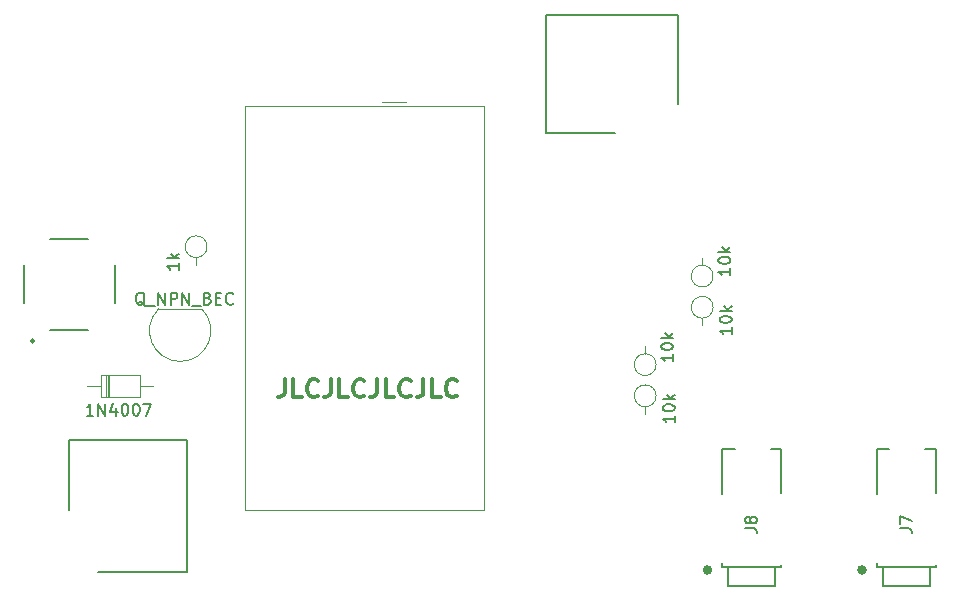
<source format=gbr>
%TF.GenerationSoftware,KiCad,Pcbnew,(6.0.8)*%
%TF.CreationDate,2022-11-26T11:41:08-06:00*%
%TF.ProjectId,tt-relay-board,74742d72-656c-4617-992d-626f6172642e,rev?*%
%TF.SameCoordinates,Original*%
%TF.FileFunction,Legend,Top*%
%TF.FilePolarity,Positive*%
%FSLAX46Y46*%
G04 Gerber Fmt 4.6, Leading zero omitted, Abs format (unit mm)*
G04 Created by KiCad (PCBNEW (6.0.8)) date 2022-11-26 11:41:08*
%MOMM*%
%LPD*%
G01*
G04 APERTURE LIST*
%ADD10C,0.304800*%
%ADD11C,0.150000*%
%ADD12C,0.120000*%
%ADD13C,0.127000*%
%ADD14C,0.400000*%
%ADD15C,0.250000*%
%ADD16C,0.200000*%
G04 APERTURE END LIST*
D10*
X66112571Y-84636428D02*
X66112571Y-85725000D01*
X66040000Y-85942714D01*
X65894857Y-86087857D01*
X65677142Y-86160428D01*
X65532000Y-86160428D01*
X67564000Y-86160428D02*
X66838285Y-86160428D01*
X66838285Y-84636428D01*
X68942857Y-86015285D02*
X68870285Y-86087857D01*
X68652571Y-86160428D01*
X68507428Y-86160428D01*
X68289714Y-86087857D01*
X68144571Y-85942714D01*
X68072000Y-85797571D01*
X67999428Y-85507285D01*
X67999428Y-85289571D01*
X68072000Y-84999285D01*
X68144571Y-84854142D01*
X68289714Y-84709000D01*
X68507428Y-84636428D01*
X68652571Y-84636428D01*
X68870285Y-84709000D01*
X68942857Y-84781571D01*
X70031428Y-84636428D02*
X70031428Y-85725000D01*
X69958857Y-85942714D01*
X69813714Y-86087857D01*
X69596000Y-86160428D01*
X69450857Y-86160428D01*
X71482857Y-86160428D02*
X70757142Y-86160428D01*
X70757142Y-84636428D01*
X72861714Y-86015285D02*
X72789142Y-86087857D01*
X72571428Y-86160428D01*
X72426285Y-86160428D01*
X72208571Y-86087857D01*
X72063428Y-85942714D01*
X71990857Y-85797571D01*
X71918285Y-85507285D01*
X71918285Y-85289571D01*
X71990857Y-84999285D01*
X72063428Y-84854142D01*
X72208571Y-84709000D01*
X72426285Y-84636428D01*
X72571428Y-84636428D01*
X72789142Y-84709000D01*
X72861714Y-84781571D01*
X73950285Y-84636428D02*
X73950285Y-85725000D01*
X73877714Y-85942714D01*
X73732571Y-86087857D01*
X73514857Y-86160428D01*
X73369714Y-86160428D01*
X75401714Y-86160428D02*
X74676000Y-86160428D01*
X74676000Y-84636428D01*
X76780571Y-86015285D02*
X76708000Y-86087857D01*
X76490285Y-86160428D01*
X76345142Y-86160428D01*
X76127428Y-86087857D01*
X75982285Y-85942714D01*
X75909714Y-85797571D01*
X75837142Y-85507285D01*
X75837142Y-85289571D01*
X75909714Y-84999285D01*
X75982285Y-84854142D01*
X76127428Y-84709000D01*
X76345142Y-84636428D01*
X76490285Y-84636428D01*
X76708000Y-84709000D01*
X76780571Y-84781571D01*
X77869142Y-84636428D02*
X77869142Y-85725000D01*
X77796571Y-85942714D01*
X77651428Y-86087857D01*
X77433714Y-86160428D01*
X77288571Y-86160428D01*
X79320571Y-86160428D02*
X78594857Y-86160428D01*
X78594857Y-84636428D01*
X80699428Y-86015285D02*
X80626857Y-86087857D01*
X80409142Y-86160428D01*
X80264000Y-86160428D01*
X80046285Y-86087857D01*
X79901142Y-85942714D01*
X79828571Y-85797571D01*
X79756000Y-85507285D01*
X79756000Y-85289571D01*
X79828571Y-84999285D01*
X79901142Y-84854142D01*
X80046285Y-84709000D01*
X80264000Y-84636428D01*
X80409142Y-84636428D01*
X80626857Y-84709000D01*
X80699428Y-84781571D01*
D11*
%TO.C,D1*%
X49927142Y-87701380D02*
X49355714Y-87701380D01*
X49641428Y-87701380D02*
X49641428Y-86701380D01*
X49546190Y-86844238D01*
X49450952Y-86939476D01*
X49355714Y-86987095D01*
X50355714Y-87701380D02*
X50355714Y-86701380D01*
X50927142Y-87701380D01*
X50927142Y-86701380D01*
X51831904Y-87034714D02*
X51831904Y-87701380D01*
X51593809Y-86653761D02*
X51355714Y-87368047D01*
X51974761Y-87368047D01*
X52546190Y-86701380D02*
X52641428Y-86701380D01*
X52736666Y-86749000D01*
X52784285Y-86796619D01*
X52831904Y-86891857D01*
X52879523Y-87082333D01*
X52879523Y-87320428D01*
X52831904Y-87510904D01*
X52784285Y-87606142D01*
X52736666Y-87653761D01*
X52641428Y-87701380D01*
X52546190Y-87701380D01*
X52450952Y-87653761D01*
X52403333Y-87606142D01*
X52355714Y-87510904D01*
X52308095Y-87320428D01*
X52308095Y-87082333D01*
X52355714Y-86891857D01*
X52403333Y-86796619D01*
X52450952Y-86749000D01*
X52546190Y-86701380D01*
X53498571Y-86701380D02*
X53593809Y-86701380D01*
X53689047Y-86749000D01*
X53736666Y-86796619D01*
X53784285Y-86891857D01*
X53831904Y-87082333D01*
X53831904Y-87320428D01*
X53784285Y-87510904D01*
X53736666Y-87606142D01*
X53689047Y-87653761D01*
X53593809Y-87701380D01*
X53498571Y-87701380D01*
X53403333Y-87653761D01*
X53355714Y-87606142D01*
X53308095Y-87510904D01*
X53260476Y-87320428D01*
X53260476Y-87082333D01*
X53308095Y-86891857D01*
X53355714Y-86796619D01*
X53403333Y-86749000D01*
X53498571Y-86701380D01*
X54165238Y-86701380D02*
X54831904Y-86701380D01*
X54403333Y-87701380D01*
%TO.C,J8*%
X105115923Y-97261611D02*
X105830805Y-97261611D01*
X105973782Y-97309270D01*
X106069099Y-97404588D01*
X106116758Y-97547564D01*
X106116758Y-97642882D01*
X105544852Y-96642047D02*
X105497194Y-96737364D01*
X105449535Y-96785023D01*
X105354217Y-96832682D01*
X105306558Y-96832682D01*
X105211241Y-96785023D01*
X105163582Y-96737364D01*
X105115923Y-96642047D01*
X105115923Y-96451411D01*
X105163582Y-96356094D01*
X105211241Y-96308435D01*
X105306558Y-96260776D01*
X105354217Y-96260776D01*
X105449535Y-96308435D01*
X105497194Y-96356094D01*
X105544852Y-96451411D01*
X105544852Y-96642047D01*
X105592511Y-96737364D01*
X105640170Y-96785023D01*
X105735488Y-96832682D01*
X105926123Y-96832682D01*
X106021441Y-96785023D01*
X106069099Y-96737364D01*
X106116758Y-96642047D01*
X106116758Y-96451411D01*
X106069099Y-96356094D01*
X106021441Y-96308435D01*
X105926123Y-96260776D01*
X105735488Y-96260776D01*
X105640170Y-96308435D01*
X105592511Y-96356094D01*
X105544852Y-96451411D01*
%TO.C,R4*%
X103845380Y-75221238D02*
X103845380Y-75792666D01*
X103845380Y-75506952D02*
X102845380Y-75506952D01*
X102988238Y-75602190D01*
X103083476Y-75697428D01*
X103131095Y-75792666D01*
X102845380Y-74602190D02*
X102845380Y-74506952D01*
X102893000Y-74411714D01*
X102940619Y-74364095D01*
X103035857Y-74316476D01*
X103226333Y-74268857D01*
X103464428Y-74268857D01*
X103654904Y-74316476D01*
X103750142Y-74364095D01*
X103797761Y-74411714D01*
X103845380Y-74506952D01*
X103845380Y-74602190D01*
X103797761Y-74697428D01*
X103750142Y-74745047D01*
X103654904Y-74792666D01*
X103464428Y-74840285D01*
X103226333Y-74840285D01*
X103035857Y-74792666D01*
X102940619Y-74745047D01*
X102893000Y-74697428D01*
X102845380Y-74602190D01*
X103845380Y-73840285D02*
X102845380Y-73840285D01*
X103464428Y-73745047D02*
X103845380Y-73459333D01*
X103178714Y-73459333D02*
X103559666Y-73840285D01*
%TO.C,Q1*%
X54277047Y-78398619D02*
X54181809Y-78351000D01*
X54086571Y-78255761D01*
X53943714Y-78112904D01*
X53848476Y-78065285D01*
X53753238Y-78065285D01*
X53800857Y-78303380D02*
X53705619Y-78255761D01*
X53610380Y-78160523D01*
X53562761Y-77970047D01*
X53562761Y-77636714D01*
X53610380Y-77446238D01*
X53705619Y-77351000D01*
X53800857Y-77303380D01*
X53991333Y-77303380D01*
X54086571Y-77351000D01*
X54181809Y-77446238D01*
X54229428Y-77636714D01*
X54229428Y-77970047D01*
X54181809Y-78160523D01*
X54086571Y-78255761D01*
X53991333Y-78303380D01*
X53800857Y-78303380D01*
X54419904Y-78398619D02*
X55181809Y-78398619D01*
X55419904Y-78303380D02*
X55419904Y-77303380D01*
X55991333Y-78303380D01*
X55991333Y-77303380D01*
X56467523Y-78303380D02*
X56467523Y-77303380D01*
X56848476Y-77303380D01*
X56943714Y-77351000D01*
X56991333Y-77398619D01*
X57038952Y-77493857D01*
X57038952Y-77636714D01*
X56991333Y-77731952D01*
X56943714Y-77779571D01*
X56848476Y-77827190D01*
X56467523Y-77827190D01*
X57467523Y-78303380D02*
X57467523Y-77303380D01*
X58038952Y-78303380D01*
X58038952Y-77303380D01*
X58277047Y-78398619D02*
X59038952Y-78398619D01*
X59610380Y-77779571D02*
X59753238Y-77827190D01*
X59800857Y-77874809D01*
X59848476Y-77970047D01*
X59848476Y-78112904D01*
X59800857Y-78208142D01*
X59753238Y-78255761D01*
X59658000Y-78303380D01*
X59277047Y-78303380D01*
X59277047Y-77303380D01*
X59610380Y-77303380D01*
X59705619Y-77351000D01*
X59753238Y-77398619D01*
X59800857Y-77493857D01*
X59800857Y-77589095D01*
X59753238Y-77684333D01*
X59705619Y-77731952D01*
X59610380Y-77779571D01*
X59277047Y-77779571D01*
X60277047Y-77779571D02*
X60610380Y-77779571D01*
X60753238Y-78303380D02*
X60277047Y-78303380D01*
X60277047Y-77303380D01*
X60753238Y-77303380D01*
X61753238Y-78208142D02*
X61705619Y-78255761D01*
X61562761Y-78303380D01*
X61467523Y-78303380D01*
X61324666Y-78255761D01*
X61229428Y-78160523D01*
X61181809Y-78065285D01*
X61134190Y-77874809D01*
X61134190Y-77731952D01*
X61181809Y-77541476D01*
X61229428Y-77446238D01*
X61324666Y-77351000D01*
X61467523Y-77303380D01*
X61562761Y-77303380D01*
X61705619Y-77351000D01*
X61753238Y-77398619D01*
%TO.C,R1*%
X57156380Y-74795047D02*
X57156380Y-75366476D01*
X57156380Y-75080761D02*
X56156380Y-75080761D01*
X56299238Y-75176000D01*
X56394476Y-75271238D01*
X56442095Y-75366476D01*
X57156380Y-74366476D02*
X56156380Y-74366476D01*
X56775428Y-74271238D02*
X57156380Y-73985523D01*
X56489714Y-73985523D02*
X56870666Y-74366476D01*
%TO.C,R2*%
X103957380Y-80224238D02*
X103957380Y-80795666D01*
X103957380Y-80509952D02*
X102957380Y-80509952D01*
X103100238Y-80605190D01*
X103195476Y-80700428D01*
X103243095Y-80795666D01*
X102957380Y-79605190D02*
X102957380Y-79509952D01*
X103005000Y-79414714D01*
X103052619Y-79367095D01*
X103147857Y-79319476D01*
X103338333Y-79271857D01*
X103576428Y-79271857D01*
X103766904Y-79319476D01*
X103862142Y-79367095D01*
X103909761Y-79414714D01*
X103957380Y-79509952D01*
X103957380Y-79605190D01*
X103909761Y-79700428D01*
X103862142Y-79748047D01*
X103766904Y-79795666D01*
X103576428Y-79843285D01*
X103338333Y-79843285D01*
X103147857Y-79795666D01*
X103052619Y-79748047D01*
X103005000Y-79700428D01*
X102957380Y-79605190D01*
X103957380Y-78843285D02*
X102957380Y-78843285D01*
X103576428Y-78748047D02*
X103957380Y-78462333D01*
X103290714Y-78462333D02*
X103671666Y-78843285D01*
%TO.C,R3*%
X99131380Y-87717238D02*
X99131380Y-88288666D01*
X99131380Y-88002952D02*
X98131380Y-88002952D01*
X98274238Y-88098190D01*
X98369476Y-88193428D01*
X98417095Y-88288666D01*
X98131380Y-87098190D02*
X98131380Y-87002952D01*
X98179000Y-86907714D01*
X98226619Y-86860095D01*
X98321857Y-86812476D01*
X98512333Y-86764857D01*
X98750428Y-86764857D01*
X98940904Y-86812476D01*
X99036142Y-86860095D01*
X99083761Y-86907714D01*
X99131380Y-87002952D01*
X99131380Y-87098190D01*
X99083761Y-87193428D01*
X99036142Y-87241047D01*
X98940904Y-87288666D01*
X98750428Y-87336285D01*
X98512333Y-87336285D01*
X98321857Y-87288666D01*
X98226619Y-87241047D01*
X98179000Y-87193428D01*
X98131380Y-87098190D01*
X99131380Y-86336285D02*
X98131380Y-86336285D01*
X98750428Y-86241047D02*
X99131380Y-85955333D01*
X98464714Y-85955333D02*
X98845666Y-86336285D01*
%TO.C,J7*%
X118196923Y-97261611D02*
X118911805Y-97261611D01*
X119054782Y-97309270D01*
X119150099Y-97404588D01*
X119197758Y-97547564D01*
X119197758Y-97642882D01*
X118196923Y-96880341D02*
X118196923Y-96213117D01*
X119197758Y-96642047D01*
%TO.C,R5*%
X99004380Y-82510238D02*
X99004380Y-83081666D01*
X99004380Y-82795952D02*
X98004380Y-82795952D01*
X98147238Y-82891190D01*
X98242476Y-82986428D01*
X98290095Y-83081666D01*
X98004380Y-81891190D02*
X98004380Y-81795952D01*
X98052000Y-81700714D01*
X98099619Y-81653095D01*
X98194857Y-81605476D01*
X98385333Y-81557857D01*
X98623428Y-81557857D01*
X98813904Y-81605476D01*
X98909142Y-81653095D01*
X98956761Y-81700714D01*
X99004380Y-81795952D01*
X99004380Y-81891190D01*
X98956761Y-81986428D01*
X98909142Y-82034047D01*
X98813904Y-82081666D01*
X98623428Y-82129285D01*
X98385333Y-82129285D01*
X98194857Y-82081666D01*
X98099619Y-82034047D01*
X98052000Y-81986428D01*
X98004380Y-81891190D01*
X99004380Y-81129285D02*
X98004380Y-81129285D01*
X98623428Y-81034047D02*
X99004380Y-80748333D01*
X98337714Y-80748333D02*
X98718666Y-81129285D01*
D12*
%TO.C,D1*%
X50552000Y-84276000D02*
X50552000Y-86116000D01*
X50552000Y-86116000D02*
X53832000Y-86116000D01*
X51128000Y-84276000D02*
X51128000Y-86116000D01*
X51248000Y-84276000D02*
X51248000Y-86116000D01*
X53832000Y-86116000D02*
X53832000Y-84276000D01*
X55012000Y-85196000D02*
X53832000Y-85196000D01*
X51008000Y-84276000D02*
X51008000Y-86116000D01*
X49372000Y-85196000D02*
X50552000Y-85196000D01*
X53832000Y-84276000D02*
X50552000Y-84276000D01*
D13*
%TO.C,J8*%
X108164000Y-90527000D02*
X107264000Y-90527000D01*
X107664000Y-102127000D02*
X107664000Y-100527000D01*
X108164000Y-100527000D02*
X108164000Y-100327000D01*
X104214000Y-90527000D02*
X103164000Y-90527000D01*
X103164000Y-100227000D02*
X103164000Y-100527000D01*
X103664000Y-102127000D02*
X107664000Y-102127000D01*
X103664000Y-100527000D02*
X107664000Y-100527000D01*
X103164000Y-90527000D02*
X103164000Y-94377000D01*
X108164000Y-94277000D02*
X108164000Y-90527000D01*
X107664000Y-100527000D02*
X108164000Y-100527000D01*
X103664000Y-100527000D02*
X103664000Y-102127000D01*
X103164000Y-100527000D02*
X103664000Y-100527000D01*
D14*
X102114000Y-100777000D02*
G75*
G03*
X102114000Y-100777000I-200000J0D01*
G01*
D12*
%TO.C,R4*%
X101473000Y-74976000D02*
X101473000Y-74356000D01*
X102393000Y-75896000D02*
G75*
G03*
X102393000Y-75896000I-920000J0D01*
G01*
D11*
%TO.C,LS1*%
X49504000Y-80431000D02*
X46254001Y-80431000D01*
X44029000Y-78205999D02*
X44029000Y-74956000D01*
X49504000Y-72731000D02*
X46254000Y-72731000D01*
X51729000Y-78206000D02*
X51729000Y-74956000D01*
D15*
X44904000Y-81381000D02*
G75*
G03*
X44904000Y-81381000I-125000J0D01*
G01*
D16*
%TO.C,J1*%
X88213000Y-53801000D02*
X88213000Y-63801000D01*
X88213000Y-63801000D02*
X94113000Y-63801000D01*
X99413000Y-61301000D02*
X99413000Y-53801000D01*
X99413000Y-53801000D02*
X88213000Y-53801000D01*
D12*
%TO.C,Q1*%
X59077000Y-78668000D02*
X55477000Y-78668000D01*
X57277000Y-83118001D02*
G75*
G03*
X59115478Y-78679522I0J2600001D01*
G01*
X55438522Y-78679522D02*
G75*
G03*
X57277000Y-83118000I1838478J-1838478D01*
G01*
%TO.C,PS1*%
X82998000Y-61523500D02*
X62798000Y-61523500D01*
X82998000Y-95723500D02*
X82998000Y-61523500D01*
X62798000Y-95723500D02*
X82998000Y-95723500D01*
X62798000Y-61523500D02*
X62798000Y-95723500D01*
X76398000Y-61133500D02*
X74388000Y-61133500D01*
%TO.C,R1*%
X58624000Y-74326000D02*
X58624000Y-74946000D01*
X59544000Y-73406000D02*
G75*
G03*
X59544000Y-73406000I-920000J0D01*
G01*
%TO.C,R2*%
X101473000Y-79456000D02*
X101473000Y-80076000D01*
X102393000Y-78536000D02*
G75*
G03*
X102393000Y-78536000I-920000J0D01*
G01*
%TO.C,R3*%
X96647000Y-86949000D02*
X96647000Y-87569000D01*
X97567000Y-86029000D02*
G75*
G03*
X97567000Y-86029000I-920000J0D01*
G01*
D13*
%TO.C,J7*%
X121245000Y-90527000D02*
X120345000Y-90527000D01*
X121245000Y-94277000D02*
X121245000Y-90527000D01*
X117295000Y-90527000D02*
X116245000Y-90527000D01*
X116245000Y-90527000D02*
X116245000Y-94377000D01*
X120745000Y-102127000D02*
X120745000Y-100527000D01*
X116245000Y-100227000D02*
X116245000Y-100527000D01*
X120745000Y-100527000D02*
X121245000Y-100527000D01*
X121245000Y-100527000D02*
X121245000Y-100327000D01*
X116245000Y-100527000D02*
X116745000Y-100527000D01*
X116745000Y-102127000D02*
X120745000Y-102127000D01*
X116745000Y-100527000D02*
X120745000Y-100527000D01*
X116745000Y-100527000D02*
X116745000Y-102127000D01*
D14*
X115195000Y-100777000D02*
G75*
G03*
X115195000Y-100777000I-200000J0D01*
G01*
D16*
%TO.C,J2*%
X47832000Y-89777000D02*
X47832000Y-95677000D01*
X50332000Y-100977000D02*
X57832000Y-100977000D01*
X57832000Y-89777000D02*
X47832000Y-89777000D01*
X57832000Y-100977000D02*
X57832000Y-89777000D01*
D12*
%TO.C,R5*%
X96647000Y-82469000D02*
X96647000Y-81849000D01*
X97567000Y-83389000D02*
G75*
G03*
X97567000Y-83389000I-920000J0D01*
G01*
%TD*%
M02*

</source>
